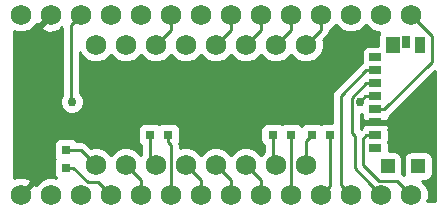
<source format=gtl>
G04 #@! TF.FileFunction,Copper,L1,Top,Signal*
%FSLAX46Y46*%
G04 Gerber Fmt 4.6, Leading zero omitted, Abs format (unit mm)*
G04 Created by KiCad (PCBNEW 4.0.1-3.201512221402+6198~38~ubuntu14.04.1-stable) date Wed 17 Aug 2016 03:48:47 PM PDT*
%MOMM*%
G01*
G04 APERTURE LIST*
%ADD10C,0.100000*%
%ADD11C,1.727200*%
%ADD12R,0.900000X1.400000*%
%ADD13R,1.150000X1.200000*%
%ADD14R,1.200000X1.450000*%
%ADD15R,1.000000X0.700000*%
%ADD16R,0.700000X1.000000*%
%ADD17R,0.750000X0.800000*%
%ADD18R,0.800000X0.750000*%
%ADD19C,0.762000*%
%ADD20C,0.250000*%
%ADD21C,0.254000*%
G04 APERTURE END LIST*
D10*
D11*
X119126000Y-90932000D03*
X121666000Y-90932000D03*
X124206000Y-90932000D03*
X126746000Y-90932000D03*
X129286000Y-90932000D03*
X131826000Y-90932000D03*
X134366000Y-90932000D03*
X136906000Y-90932000D03*
X139446000Y-90932000D03*
X141986000Y-90932000D03*
X144526000Y-90932000D03*
X147066000Y-90932000D03*
X149606000Y-90932000D03*
X152146000Y-90932000D03*
X152146000Y-75692000D03*
X144526000Y-75692000D03*
X124206000Y-75692000D03*
X139446000Y-75692000D03*
X141986000Y-75692000D03*
X121666000Y-75692000D03*
X129286000Y-75692000D03*
X119126000Y-75692000D03*
X131826000Y-75692000D03*
X134366000Y-75692000D03*
X136906000Y-75692000D03*
X126746000Y-75692000D03*
X149606000Y-75692000D03*
X147066000Y-75692000D03*
D12*
X152908000Y-78232000D03*
D13*
X152771500Y-88496900D03*
D14*
X150608000Y-78257000D03*
D13*
X150171500Y-88496900D03*
D15*
X149131500Y-85896900D03*
X149131500Y-86996900D03*
X149131500Y-84796900D03*
X149131500Y-83696900D03*
X149131500Y-82596900D03*
X149131500Y-79296900D03*
X149131500Y-80396900D03*
X149131500Y-81496900D03*
D16*
X151758000Y-78032000D03*
D17*
X122936000Y-88646000D03*
X122936000Y-87146000D03*
D18*
X131572000Y-85852000D03*
X130072000Y-85852000D03*
X141962000Y-85852000D03*
X140462000Y-85852000D03*
X145264000Y-85852000D03*
X143764000Y-85852000D03*
D11*
X143256000Y-88392000D03*
X140716000Y-88392000D03*
X138176000Y-88392000D03*
X135636000Y-88392000D03*
X133096000Y-88392000D03*
X130556000Y-88392000D03*
X128016000Y-88392000D03*
X125476000Y-88392000D03*
X125476000Y-78232000D03*
X128016000Y-78232000D03*
X130556000Y-78232000D03*
X133096000Y-78232000D03*
X135636000Y-78232000D03*
X138176000Y-78232000D03*
X140716000Y-78232000D03*
X143256000Y-78232000D03*
D19*
X150622000Y-84836000D03*
X123444000Y-83058000D03*
X147828000Y-83058000D03*
D20*
X149131500Y-84796900D02*
X150582900Y-84796900D01*
X150582900Y-84796900D02*
X150622000Y-84836000D01*
X146202401Y-90068401D02*
X147066000Y-90932000D01*
X149131500Y-80396900D02*
X148381500Y-80396900D01*
X148381500Y-80396900D02*
X146202401Y-82575999D01*
X146202401Y-82575999D02*
X146202401Y-90068401D01*
X148742401Y-90068401D02*
X149606000Y-90932000D01*
X147121998Y-85663606D02*
X147377991Y-85919599D01*
X147121998Y-82756402D02*
X147121998Y-85663606D01*
X147377991Y-88703991D02*
X148742401Y-90068401D01*
X147377991Y-85919599D02*
X147377991Y-88703991D01*
X148381500Y-81496900D02*
X147121998Y-82756402D01*
X149131500Y-81496900D02*
X148381500Y-81496900D01*
X152146000Y-90932000D02*
X150957399Y-89743399D01*
X150957399Y-89743399D02*
X149433399Y-89743399D01*
X149433399Y-89743399D02*
X148082000Y-88392000D01*
X148082000Y-88392000D02*
X148082000Y-86196400D01*
X148082000Y-86196400D02*
X148381500Y-85896900D01*
X148381500Y-85896900D02*
X149131500Y-85896900D01*
X124206000Y-75692000D02*
X123342401Y-76555599D01*
X123342401Y-76555599D02*
X123342401Y-82956401D01*
X123342401Y-82956401D02*
X123444000Y-83058000D01*
X149131500Y-82596900D02*
X148289100Y-82596900D01*
X148289100Y-82596900D02*
X147828000Y-83058000D01*
X153924000Y-79654400D02*
X153924000Y-77470000D01*
X153924000Y-77470000D02*
X152146000Y-75692000D01*
X149131500Y-83696900D02*
X149881500Y-83696900D01*
X149881500Y-83696900D02*
X153924000Y-79654400D01*
X143256000Y-88392000D02*
X143256000Y-86360000D01*
X143256000Y-86360000D02*
X143764000Y-85852000D01*
X140462000Y-85852000D02*
X140462000Y-88138000D01*
X140462000Y-88138000D02*
X140716000Y-88392000D01*
X130072000Y-85852000D02*
X130072000Y-87908000D01*
X130072000Y-87908000D02*
X130556000Y-88392000D01*
X125476000Y-88392000D02*
X124230000Y-87146000D01*
X124230000Y-87146000D02*
X122936000Y-87146000D01*
X126746000Y-90932000D02*
X125681001Y-89867001D01*
X124782001Y-89867001D02*
X123561000Y-88646000D01*
X125681001Y-89867001D02*
X124782001Y-89867001D01*
X123561000Y-88646000D02*
X122936000Y-88646000D01*
X129286000Y-90932000D02*
X129286000Y-89662000D01*
X129286000Y-89662000D02*
X128016000Y-88392000D01*
X131572000Y-85852000D02*
X131572000Y-86477000D01*
X131572000Y-86477000D02*
X131826000Y-86731000D01*
X131826000Y-86731000D02*
X131826000Y-89710686D01*
X131826000Y-89710686D02*
X131826000Y-90932000D01*
X133096000Y-88392000D02*
X134366000Y-89662000D01*
X134366000Y-89662000D02*
X134366000Y-90932000D01*
X135636000Y-88392000D02*
X136906000Y-89662000D01*
X136906000Y-89662000D02*
X136906000Y-90932000D01*
X138176000Y-88392000D02*
X139446000Y-89662000D01*
X139446000Y-89662000D02*
X139446000Y-90932000D01*
X141962000Y-85852000D02*
X141962000Y-90908000D01*
X141962000Y-90908000D02*
X141986000Y-90932000D01*
X145264000Y-85852000D02*
X145264000Y-90194000D01*
X145264000Y-90194000D02*
X144526000Y-90932000D01*
X144526000Y-76962000D02*
X144526000Y-75692000D01*
X143256000Y-78232000D02*
X144526000Y-76962000D01*
X139446000Y-76962000D02*
X139446000Y-75692000D01*
X138176000Y-78232000D02*
X139446000Y-76962000D01*
X141986000Y-76962000D02*
X141986000Y-75692000D01*
X140716000Y-78232000D02*
X141986000Y-76962000D01*
X131826000Y-76962000D02*
X131826000Y-75692000D01*
X130556000Y-78232000D02*
X131826000Y-76962000D01*
X136906000Y-76962000D02*
X136906000Y-75692000D01*
X135636000Y-78232000D02*
X136906000Y-76962000D01*
D21*
G36*
X154230000Y-91492000D02*
X153536127Y-91492000D01*
X153644339Y-91231398D01*
X153644859Y-90635218D01*
X153417192Y-90084220D01*
X153077904Y-89744340D01*
X153346500Y-89744340D01*
X153581817Y-89700062D01*
X153797941Y-89560990D01*
X153942931Y-89348790D01*
X153993940Y-89096900D01*
X153993940Y-87896900D01*
X153949662Y-87661583D01*
X153810590Y-87445459D01*
X153598390Y-87300469D01*
X153346500Y-87249460D01*
X152196500Y-87249460D01*
X151961183Y-87293738D01*
X151745059Y-87432810D01*
X151600069Y-87645010D01*
X151549060Y-87896900D01*
X151549060Y-89096900D01*
X151586922Y-89298120D01*
X151494800Y-89205998D01*
X151386501Y-89133635D01*
X151393940Y-89096900D01*
X151393940Y-87896900D01*
X151349662Y-87661583D01*
X151210590Y-87445459D01*
X150998390Y-87300469D01*
X150746500Y-87249460D01*
X150278940Y-87249460D01*
X150278940Y-86646900D01*
X150239926Y-86439558D01*
X150278940Y-86246900D01*
X150278940Y-85546900D01*
X150239642Y-85338050D01*
X150266500Y-85273209D01*
X150266500Y-85082650D01*
X150107750Y-84923900D01*
X149752188Y-84923900D01*
X149631500Y-84899460D01*
X148631500Y-84899460D01*
X148501613Y-84923900D01*
X148155250Y-84923900D01*
X147996500Y-85082650D01*
X147996500Y-85257668D01*
X147881998Y-85334176D01*
X147881998Y-84074048D01*
X147989186Y-84074141D01*
X148023358Y-84255750D01*
X147996500Y-84320591D01*
X147996500Y-84511150D01*
X148155250Y-84669900D01*
X148510812Y-84669900D01*
X148631500Y-84694340D01*
X149631500Y-84694340D01*
X149761387Y-84669900D01*
X150107750Y-84669900D01*
X150266500Y-84511150D01*
X150266500Y-84336132D01*
X150418901Y-84234301D01*
X154230000Y-80423202D01*
X154230000Y-91492000D01*
X154230000Y-91492000D01*
G37*
X154230000Y-91492000D02*
X153536127Y-91492000D01*
X153644339Y-91231398D01*
X153644859Y-90635218D01*
X153417192Y-90084220D01*
X153077904Y-89744340D01*
X153346500Y-89744340D01*
X153581817Y-89700062D01*
X153797941Y-89560990D01*
X153942931Y-89348790D01*
X153993940Y-89096900D01*
X153993940Y-87896900D01*
X153949662Y-87661583D01*
X153810590Y-87445459D01*
X153598390Y-87300469D01*
X153346500Y-87249460D01*
X152196500Y-87249460D01*
X151961183Y-87293738D01*
X151745059Y-87432810D01*
X151600069Y-87645010D01*
X151549060Y-87896900D01*
X151549060Y-89096900D01*
X151586922Y-89298120D01*
X151494800Y-89205998D01*
X151386501Y-89133635D01*
X151393940Y-89096900D01*
X151393940Y-87896900D01*
X151349662Y-87661583D01*
X151210590Y-87445459D01*
X150998390Y-87300469D01*
X150746500Y-87249460D01*
X150278940Y-87249460D01*
X150278940Y-86646900D01*
X150239926Y-86439558D01*
X150278940Y-86246900D01*
X150278940Y-85546900D01*
X150239642Y-85338050D01*
X150266500Y-85273209D01*
X150266500Y-85082650D01*
X150107750Y-84923900D01*
X149752188Y-84923900D01*
X149631500Y-84899460D01*
X148631500Y-84899460D01*
X148501613Y-84923900D01*
X148155250Y-84923900D01*
X147996500Y-85082650D01*
X147996500Y-85257668D01*
X147881998Y-85334176D01*
X147881998Y-84074048D01*
X147989186Y-84074141D01*
X148023358Y-84255750D01*
X147996500Y-84320591D01*
X147996500Y-84511150D01*
X148155250Y-84669900D01*
X148510812Y-84669900D01*
X148631500Y-84694340D01*
X149631500Y-84694340D01*
X149761387Y-84669900D01*
X150107750Y-84669900D01*
X150266500Y-84511150D01*
X150266500Y-84336132D01*
X150418901Y-84234301D01*
X154230000Y-80423202D01*
X154230000Y-91492000D01*
G36*
X121859748Y-75677858D02*
X121845605Y-75692000D01*
X121859748Y-75706143D01*
X121680143Y-75885748D01*
X121666000Y-75871605D01*
X120791800Y-76745805D01*
X120873741Y-76998516D01*
X121434030Y-77202248D01*
X122029635Y-77176058D01*
X122458259Y-76998516D01*
X122540199Y-76745807D01*
X122582401Y-76788009D01*
X122582401Y-82483605D01*
X122428176Y-82855018D01*
X122427824Y-83259208D01*
X122582175Y-83632766D01*
X122867731Y-83918821D01*
X123241018Y-84073824D01*
X123645208Y-84074176D01*
X124018766Y-83919825D01*
X124304821Y-83634269D01*
X124459824Y-83260982D01*
X124460176Y-82856792D01*
X124305825Y-82483234D01*
X124102401Y-82279455D01*
X124102401Y-78831935D01*
X124204808Y-79079780D01*
X124626003Y-79501710D01*
X125176602Y-79730339D01*
X125772782Y-79730859D01*
X126323780Y-79503192D01*
X126745710Y-79081997D01*
X126746095Y-79081069D01*
X127166003Y-79501710D01*
X127716602Y-79730339D01*
X128312782Y-79730859D01*
X128863780Y-79503192D01*
X129285710Y-79081997D01*
X129286095Y-79081069D01*
X129706003Y-79501710D01*
X130256602Y-79730339D01*
X130852782Y-79730859D01*
X131403780Y-79503192D01*
X131825710Y-79081997D01*
X131826095Y-79081069D01*
X132246003Y-79501710D01*
X132796602Y-79730339D01*
X133392782Y-79730859D01*
X133943780Y-79503192D01*
X134365710Y-79081997D01*
X134366095Y-79081069D01*
X134786003Y-79501710D01*
X135336602Y-79730339D01*
X135932782Y-79730859D01*
X136483780Y-79503192D01*
X136905710Y-79081997D01*
X136906095Y-79081069D01*
X137326003Y-79501710D01*
X137876602Y-79730339D01*
X138472782Y-79730859D01*
X139023780Y-79503192D01*
X139445710Y-79081997D01*
X139446095Y-79081069D01*
X139866003Y-79501710D01*
X140416602Y-79730339D01*
X141012782Y-79730859D01*
X141563780Y-79503192D01*
X141985710Y-79081997D01*
X141986095Y-79081069D01*
X142406003Y-79501710D01*
X142956602Y-79730339D01*
X143552782Y-79730859D01*
X144103780Y-79503192D01*
X144525710Y-79081997D01*
X144754339Y-78531398D01*
X144754859Y-77935218D01*
X144717646Y-77845156D01*
X145063401Y-77499401D01*
X145228148Y-77252840D01*
X145277881Y-77002817D01*
X145373780Y-76963192D01*
X145795710Y-76541997D01*
X145796095Y-76541069D01*
X146216003Y-76961710D01*
X146766602Y-77190339D01*
X147362782Y-77190859D01*
X147913780Y-76963192D01*
X148335710Y-76541997D01*
X148336095Y-76541069D01*
X148756003Y-76961710D01*
X149306602Y-77190339D01*
X149472808Y-77190484D01*
X149411569Y-77280110D01*
X149360560Y-77532000D01*
X149360560Y-78299460D01*
X148631500Y-78299460D01*
X148396183Y-78343738D01*
X148180059Y-78482810D01*
X148035069Y-78695010D01*
X147984060Y-78946900D01*
X147984060Y-79646900D01*
X148003964Y-79752680D01*
X147844099Y-79859499D01*
X145665000Y-82038598D01*
X145500253Y-82285160D01*
X145442401Y-82575999D01*
X145442401Y-84829560D01*
X144864000Y-84829560D01*
X144628683Y-84873838D01*
X144514022Y-84947620D01*
X144415890Y-84880569D01*
X144164000Y-84829560D01*
X143364000Y-84829560D01*
X143128683Y-84873838D01*
X142912559Y-85012910D01*
X142863836Y-85084218D01*
X142826090Y-85025559D01*
X142613890Y-84880569D01*
X142362000Y-84829560D01*
X141562000Y-84829560D01*
X141326683Y-84873838D01*
X141212022Y-84947620D01*
X141113890Y-84880569D01*
X140862000Y-84829560D01*
X140062000Y-84829560D01*
X139826683Y-84873838D01*
X139610559Y-85012910D01*
X139465569Y-85225110D01*
X139414560Y-85477000D01*
X139414560Y-86227000D01*
X139458838Y-86462317D01*
X139597910Y-86678441D01*
X139702000Y-86749563D01*
X139702000Y-87286738D01*
X139446290Y-87542003D01*
X139445905Y-87542931D01*
X139025997Y-87122290D01*
X138475398Y-86893661D01*
X137879218Y-86893141D01*
X137328220Y-87120808D01*
X136906290Y-87542003D01*
X136905905Y-87542931D01*
X136485997Y-87122290D01*
X135935398Y-86893661D01*
X135339218Y-86893141D01*
X134788220Y-87120808D01*
X134366290Y-87542003D01*
X134365905Y-87542931D01*
X133945997Y-87122290D01*
X133395398Y-86893661D01*
X132799218Y-86893141D01*
X132586000Y-86981241D01*
X132586000Y-86731000D01*
X132575545Y-86678441D01*
X132543198Y-86515820D01*
X132568431Y-86478890D01*
X132619440Y-86227000D01*
X132619440Y-85477000D01*
X132575162Y-85241683D01*
X132436090Y-85025559D01*
X132223890Y-84880569D01*
X131972000Y-84829560D01*
X131172000Y-84829560D01*
X130936683Y-84873838D01*
X130822022Y-84947620D01*
X130723890Y-84880569D01*
X130472000Y-84829560D01*
X129672000Y-84829560D01*
X129436683Y-84873838D01*
X129220559Y-85012910D01*
X129075569Y-85225110D01*
X129024560Y-85477000D01*
X129024560Y-86227000D01*
X129068838Y-86462317D01*
X129207910Y-86678441D01*
X129312000Y-86749563D01*
X129312000Y-87516338D01*
X129286290Y-87542003D01*
X129285905Y-87542931D01*
X128865997Y-87122290D01*
X128315398Y-86893661D01*
X127719218Y-86893141D01*
X127168220Y-87120808D01*
X126746290Y-87542003D01*
X126745905Y-87542931D01*
X126325997Y-87122290D01*
X125775398Y-86893661D01*
X125179218Y-86893141D01*
X125089156Y-86930354D01*
X124767401Y-86608599D01*
X124520839Y-86443852D01*
X124230000Y-86386000D01*
X123833931Y-86386000D01*
X123775090Y-86294559D01*
X123562890Y-86149569D01*
X123311000Y-86098560D01*
X122561000Y-86098560D01*
X122325683Y-86142838D01*
X122109559Y-86281910D01*
X121964569Y-86494110D01*
X121913560Y-86746000D01*
X121913560Y-87546000D01*
X121957838Y-87781317D01*
X122031620Y-87895978D01*
X121964569Y-87994110D01*
X121913560Y-88246000D01*
X121913560Y-89046000D01*
X121957838Y-89281317D01*
X122088857Y-89484926D01*
X121965398Y-89433661D01*
X121369218Y-89433141D01*
X120818220Y-89660808D01*
X120396290Y-90082003D01*
X120379459Y-90122537D01*
X120179805Y-90057800D01*
X119305605Y-90932000D01*
X119319748Y-90946143D01*
X119140143Y-91125748D01*
X119126000Y-91111605D01*
X119111858Y-91125748D01*
X118932253Y-90946143D01*
X118946395Y-90932000D01*
X118932253Y-90917858D01*
X119111858Y-90738253D01*
X119126000Y-90752395D01*
X120000200Y-89878195D01*
X119918259Y-89625484D01*
X119357970Y-89421752D01*
X118762365Y-89447942D01*
X118566000Y-89529279D01*
X118566000Y-77082127D01*
X118826602Y-77190339D01*
X119422782Y-77190859D01*
X119973780Y-76963192D01*
X120395710Y-76541997D01*
X120412541Y-76501463D01*
X120612195Y-76566200D01*
X121486395Y-75692000D01*
X121472253Y-75677858D01*
X121651858Y-75498253D01*
X121666000Y-75512395D01*
X121680143Y-75498253D01*
X121859748Y-75677858D01*
X121859748Y-75677858D01*
G37*
X121859748Y-75677858D02*
X121845605Y-75692000D01*
X121859748Y-75706143D01*
X121680143Y-75885748D01*
X121666000Y-75871605D01*
X120791800Y-76745805D01*
X120873741Y-76998516D01*
X121434030Y-77202248D01*
X122029635Y-77176058D01*
X122458259Y-76998516D01*
X122540199Y-76745807D01*
X122582401Y-76788009D01*
X122582401Y-82483605D01*
X122428176Y-82855018D01*
X122427824Y-83259208D01*
X122582175Y-83632766D01*
X122867731Y-83918821D01*
X123241018Y-84073824D01*
X123645208Y-84074176D01*
X124018766Y-83919825D01*
X124304821Y-83634269D01*
X124459824Y-83260982D01*
X124460176Y-82856792D01*
X124305825Y-82483234D01*
X124102401Y-82279455D01*
X124102401Y-78831935D01*
X124204808Y-79079780D01*
X124626003Y-79501710D01*
X125176602Y-79730339D01*
X125772782Y-79730859D01*
X126323780Y-79503192D01*
X126745710Y-79081997D01*
X126746095Y-79081069D01*
X127166003Y-79501710D01*
X127716602Y-79730339D01*
X128312782Y-79730859D01*
X128863780Y-79503192D01*
X129285710Y-79081997D01*
X129286095Y-79081069D01*
X129706003Y-79501710D01*
X130256602Y-79730339D01*
X130852782Y-79730859D01*
X131403780Y-79503192D01*
X131825710Y-79081997D01*
X131826095Y-79081069D01*
X132246003Y-79501710D01*
X132796602Y-79730339D01*
X133392782Y-79730859D01*
X133943780Y-79503192D01*
X134365710Y-79081997D01*
X134366095Y-79081069D01*
X134786003Y-79501710D01*
X135336602Y-79730339D01*
X135932782Y-79730859D01*
X136483780Y-79503192D01*
X136905710Y-79081997D01*
X136906095Y-79081069D01*
X137326003Y-79501710D01*
X137876602Y-79730339D01*
X138472782Y-79730859D01*
X139023780Y-79503192D01*
X139445710Y-79081997D01*
X139446095Y-79081069D01*
X139866003Y-79501710D01*
X140416602Y-79730339D01*
X141012782Y-79730859D01*
X141563780Y-79503192D01*
X141985710Y-79081997D01*
X141986095Y-79081069D01*
X142406003Y-79501710D01*
X142956602Y-79730339D01*
X143552782Y-79730859D01*
X144103780Y-79503192D01*
X144525710Y-79081997D01*
X144754339Y-78531398D01*
X144754859Y-77935218D01*
X144717646Y-77845156D01*
X145063401Y-77499401D01*
X145228148Y-77252840D01*
X145277881Y-77002817D01*
X145373780Y-76963192D01*
X145795710Y-76541997D01*
X145796095Y-76541069D01*
X146216003Y-76961710D01*
X146766602Y-77190339D01*
X147362782Y-77190859D01*
X147913780Y-76963192D01*
X148335710Y-76541997D01*
X148336095Y-76541069D01*
X148756003Y-76961710D01*
X149306602Y-77190339D01*
X149472808Y-77190484D01*
X149411569Y-77280110D01*
X149360560Y-77532000D01*
X149360560Y-78299460D01*
X148631500Y-78299460D01*
X148396183Y-78343738D01*
X148180059Y-78482810D01*
X148035069Y-78695010D01*
X147984060Y-78946900D01*
X147984060Y-79646900D01*
X148003964Y-79752680D01*
X147844099Y-79859499D01*
X145665000Y-82038598D01*
X145500253Y-82285160D01*
X145442401Y-82575999D01*
X145442401Y-84829560D01*
X144864000Y-84829560D01*
X144628683Y-84873838D01*
X144514022Y-84947620D01*
X144415890Y-84880569D01*
X144164000Y-84829560D01*
X143364000Y-84829560D01*
X143128683Y-84873838D01*
X142912559Y-85012910D01*
X142863836Y-85084218D01*
X142826090Y-85025559D01*
X142613890Y-84880569D01*
X142362000Y-84829560D01*
X141562000Y-84829560D01*
X141326683Y-84873838D01*
X141212022Y-84947620D01*
X141113890Y-84880569D01*
X140862000Y-84829560D01*
X140062000Y-84829560D01*
X139826683Y-84873838D01*
X139610559Y-85012910D01*
X139465569Y-85225110D01*
X139414560Y-85477000D01*
X139414560Y-86227000D01*
X139458838Y-86462317D01*
X139597910Y-86678441D01*
X139702000Y-86749563D01*
X139702000Y-87286738D01*
X139446290Y-87542003D01*
X139445905Y-87542931D01*
X139025997Y-87122290D01*
X138475398Y-86893661D01*
X137879218Y-86893141D01*
X137328220Y-87120808D01*
X136906290Y-87542003D01*
X136905905Y-87542931D01*
X136485997Y-87122290D01*
X135935398Y-86893661D01*
X135339218Y-86893141D01*
X134788220Y-87120808D01*
X134366290Y-87542003D01*
X134365905Y-87542931D01*
X133945997Y-87122290D01*
X133395398Y-86893661D01*
X132799218Y-86893141D01*
X132586000Y-86981241D01*
X132586000Y-86731000D01*
X132575545Y-86678441D01*
X132543198Y-86515820D01*
X132568431Y-86478890D01*
X132619440Y-86227000D01*
X132619440Y-85477000D01*
X132575162Y-85241683D01*
X132436090Y-85025559D01*
X132223890Y-84880569D01*
X131972000Y-84829560D01*
X131172000Y-84829560D01*
X130936683Y-84873838D01*
X130822022Y-84947620D01*
X130723890Y-84880569D01*
X130472000Y-84829560D01*
X129672000Y-84829560D01*
X129436683Y-84873838D01*
X129220559Y-85012910D01*
X129075569Y-85225110D01*
X129024560Y-85477000D01*
X129024560Y-86227000D01*
X129068838Y-86462317D01*
X129207910Y-86678441D01*
X129312000Y-86749563D01*
X129312000Y-87516338D01*
X129286290Y-87542003D01*
X129285905Y-87542931D01*
X128865997Y-87122290D01*
X128315398Y-86893661D01*
X127719218Y-86893141D01*
X127168220Y-87120808D01*
X126746290Y-87542003D01*
X126745905Y-87542931D01*
X126325997Y-87122290D01*
X125775398Y-86893661D01*
X125179218Y-86893141D01*
X125089156Y-86930354D01*
X124767401Y-86608599D01*
X124520839Y-86443852D01*
X124230000Y-86386000D01*
X123833931Y-86386000D01*
X123775090Y-86294559D01*
X123562890Y-86149569D01*
X123311000Y-86098560D01*
X122561000Y-86098560D01*
X122325683Y-86142838D01*
X122109559Y-86281910D01*
X121964569Y-86494110D01*
X121913560Y-86746000D01*
X121913560Y-87546000D01*
X121957838Y-87781317D01*
X122031620Y-87895978D01*
X121964569Y-87994110D01*
X121913560Y-88246000D01*
X121913560Y-89046000D01*
X121957838Y-89281317D01*
X122088857Y-89484926D01*
X121965398Y-89433661D01*
X121369218Y-89433141D01*
X120818220Y-89660808D01*
X120396290Y-90082003D01*
X120379459Y-90122537D01*
X120179805Y-90057800D01*
X119305605Y-90932000D01*
X119319748Y-90946143D01*
X119140143Y-91125748D01*
X119126000Y-91111605D01*
X119111858Y-91125748D01*
X118932253Y-90946143D01*
X118946395Y-90932000D01*
X118932253Y-90917858D01*
X119111858Y-90738253D01*
X119126000Y-90752395D01*
X120000200Y-89878195D01*
X119918259Y-89625484D01*
X119357970Y-89421752D01*
X118762365Y-89447942D01*
X118566000Y-89529279D01*
X118566000Y-77082127D01*
X118826602Y-77190339D01*
X119422782Y-77190859D01*
X119973780Y-76963192D01*
X120395710Y-76541997D01*
X120412541Y-76501463D01*
X120612195Y-76566200D01*
X121486395Y-75692000D01*
X121472253Y-75677858D01*
X121651858Y-75498253D01*
X121666000Y-75512395D01*
X121680143Y-75498253D01*
X121859748Y-75677858D01*
M02*

</source>
